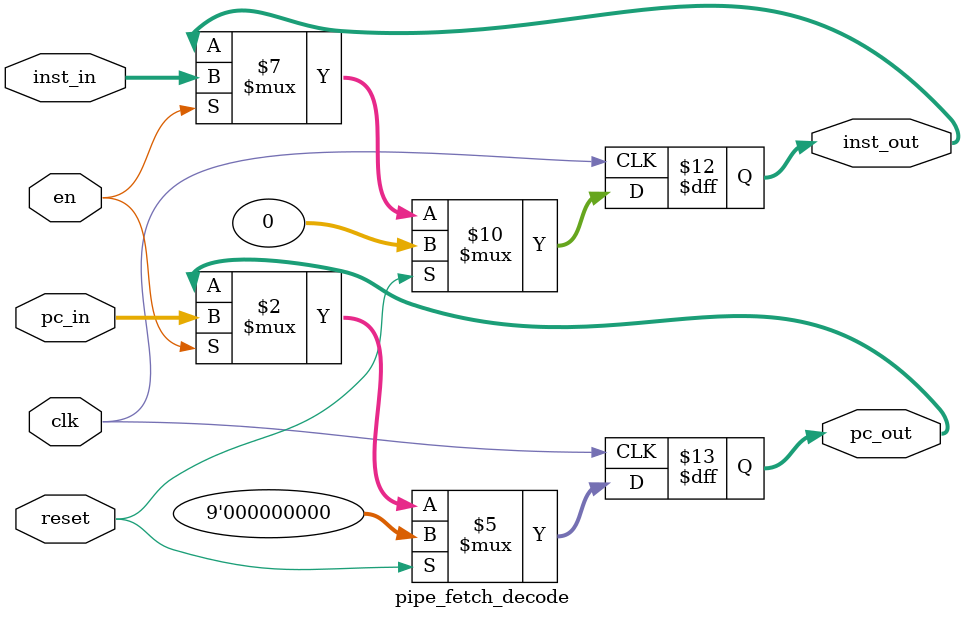
<source format=v>
`timescale 1ns / 1ps


module pipe_fetch_decode
   #(parameter DATAPATH_WIDTH = 64,
	  parameter REGFILE_ADDR_WIDTH = 5,
	  parameter INST_ADDR_WIDTH = 9)

   (input [31:0] inst_in,
	 input clk,
	 input en,
	 input reset, 
	 input [INST_ADDR_WIDTH-1:0] pc_in,
    output reg [31:0] inst_out,
	 output reg [INST_ADDR_WIDTH-1:0] pc_out);
	 
always @ (posedge clk) 
  begin
	 if (reset) begin
		inst_out <= 'd0;
		pc_out <= 'd0;
	 end
	 else if (en) begin
		inst_out <= inst_in;
		pc_out <= pc_in;
	 end
  end
endmodule

</source>
